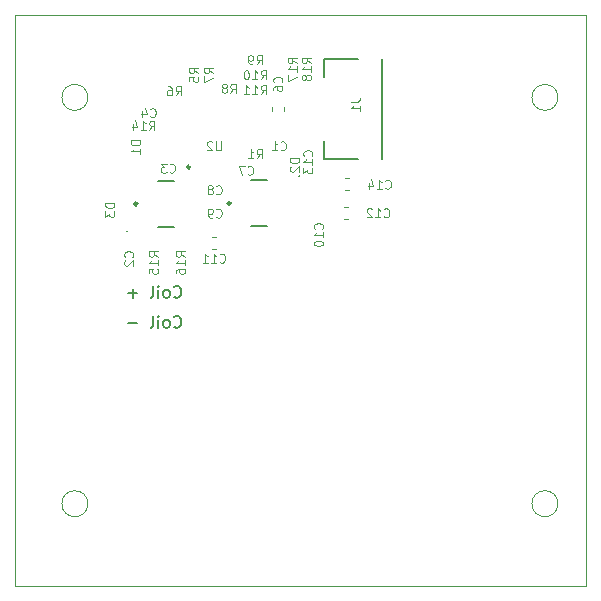
<source format=gbo>
G04 #@! TF.GenerationSoftware,KiCad,Pcbnew,(5.1.4)-1*
G04 #@! TF.CreationDate,2019-10-25T18:14:47-07:00*
G04 #@! TF.ProjectId,SolarCellX_v3,536f6c61-7243-4656-9c6c-585f76332e6b,rev?*
G04 #@! TF.SameCoordinates,Original*
G04 #@! TF.FileFunction,Legend,Bot*
G04 #@! TF.FilePolarity,Positive*
%FSLAX46Y46*%
G04 Gerber Fmt 4.6, Leading zero omitted, Abs format (unit mm)*
G04 Created by KiCad (PCBNEW (5.1.4)-1) date 2019-10-25 18:14:47*
%MOMM*%
%LPD*%
G04 APERTURE LIST*
%ADD10C,0.150000*%
%ADD11C,0.050000*%
%ADD12C,0.200000*%
%ADD13C,0.120000*%
%ADD14C,0.250000*%
%ADD15C,0.254000*%
%ADD16C,0.127000*%
%ADD17C,0.101600*%
G04 APERTURE END LIST*
D10*
X103496857Y-66397142D02*
X103544476Y-66444761D01*
X103687333Y-66492380D01*
X103782571Y-66492380D01*
X103925428Y-66444761D01*
X104020666Y-66349523D01*
X104068285Y-66254285D01*
X104115904Y-66063809D01*
X104115904Y-65920952D01*
X104068285Y-65730476D01*
X104020666Y-65635238D01*
X103925428Y-65540000D01*
X103782571Y-65492380D01*
X103687333Y-65492380D01*
X103544476Y-65540000D01*
X103496857Y-65587619D01*
X102925428Y-66492380D02*
X103020666Y-66444761D01*
X103068285Y-66397142D01*
X103115904Y-66301904D01*
X103115904Y-66016190D01*
X103068285Y-65920952D01*
X103020666Y-65873333D01*
X102925428Y-65825714D01*
X102782571Y-65825714D01*
X102687333Y-65873333D01*
X102639714Y-65920952D01*
X102592095Y-66016190D01*
X102592095Y-66301904D01*
X102639714Y-66397142D01*
X102687333Y-66444761D01*
X102782571Y-66492380D01*
X102925428Y-66492380D01*
X102163523Y-66492380D02*
X102163523Y-65825714D01*
X102163523Y-65492380D02*
X102211142Y-65540000D01*
X102163523Y-65587619D01*
X102115904Y-65540000D01*
X102163523Y-65492380D01*
X102163523Y-65587619D01*
X101544476Y-66492380D02*
X101639714Y-66444761D01*
X101687333Y-66349523D01*
X101687333Y-65492380D01*
X100401619Y-66111428D02*
X99639714Y-66111428D01*
X103496857Y-63857142D02*
X103544476Y-63904761D01*
X103687333Y-63952380D01*
X103782571Y-63952380D01*
X103925428Y-63904761D01*
X104020666Y-63809523D01*
X104068285Y-63714285D01*
X104115904Y-63523809D01*
X104115904Y-63380952D01*
X104068285Y-63190476D01*
X104020666Y-63095238D01*
X103925428Y-63000000D01*
X103782571Y-62952380D01*
X103687333Y-62952380D01*
X103544476Y-63000000D01*
X103496857Y-63047619D01*
X102925428Y-63952380D02*
X103020666Y-63904761D01*
X103068285Y-63857142D01*
X103115904Y-63761904D01*
X103115904Y-63476190D01*
X103068285Y-63380952D01*
X103020666Y-63333333D01*
X102925428Y-63285714D01*
X102782571Y-63285714D01*
X102687333Y-63333333D01*
X102639714Y-63380952D01*
X102592095Y-63476190D01*
X102592095Y-63761904D01*
X102639714Y-63857142D01*
X102687333Y-63904761D01*
X102782571Y-63952380D01*
X102925428Y-63952380D01*
X102163523Y-63952380D02*
X102163523Y-63285714D01*
X102163523Y-62952380D02*
X102211142Y-63000000D01*
X102163523Y-63047619D01*
X102115904Y-63000000D01*
X102163523Y-62952380D01*
X102163523Y-63047619D01*
X101544476Y-63952380D02*
X101639714Y-63904761D01*
X101687333Y-63809523D01*
X101687333Y-62952380D01*
X100401619Y-63571428D02*
X99639714Y-63571428D01*
X100020666Y-63952380D02*
X100020666Y-63190476D01*
D11*
X96200000Y-47000000D02*
G75*
G03X96200000Y-47000000I-1100000J0D01*
G01*
X96200000Y-81400000D02*
G75*
G03X96200000Y-81400000I-1100000J0D01*
G01*
X136000000Y-81400000D02*
G75*
G03X136000000Y-81400000I-1100000J0D01*
G01*
X136000000Y-47000000D02*
G75*
G03X136000000Y-47000000I-1100000J0D01*
G01*
X90000000Y-88400000D02*
X138400000Y-88400000D01*
X90000000Y-88400000D02*
X90000000Y-40000000D01*
X138400000Y-40000000D02*
X138400000Y-88400000D01*
X90000000Y-40000000D02*
X138400000Y-40000000D01*
D12*
X99549500Y-58346000D02*
G75*
G03X99549500Y-58346000I-19000J0D01*
G01*
D13*
X112778000Y-47843221D02*
X112778000Y-48168779D01*
X111758000Y-47843221D02*
X111758000Y-48168779D01*
X118010721Y-53846000D02*
X118336279Y-53846000D01*
X118010721Y-54866000D02*
X118336279Y-54866000D01*
D14*
X104868660Y-52894656D02*
G75*
G03X104868660Y-52894656I-125000J0D01*
G01*
D12*
X114102500Y-53668000D02*
G75*
G03X114102500Y-53668000I-19000J0D01*
G01*
X116205000Y-52256000D02*
X116205000Y-50706000D01*
X116205000Y-43756000D02*
X116205000Y-45306000D01*
X116205000Y-52256000D02*
X119055000Y-52256000D01*
X116205000Y-43756000D02*
X119055000Y-43756000D01*
X121085000Y-43756000D02*
X121085000Y-52256000D01*
D13*
X117883721Y-56259000D02*
X118209279Y-56259000D01*
X117883721Y-57279000D02*
X118209279Y-57279000D01*
D15*
X108282740Y-55973980D02*
G75*
G03X108282740Y-55973980I-127000J0D01*
G01*
D16*
X111375190Y-57923430D02*
X110016290Y-57923430D01*
X110016290Y-54024530D02*
X111375190Y-54024530D01*
D15*
X100393500Y-56007000D02*
G75*
G03X100393500Y-56007000I-127000J0D01*
G01*
D16*
X103485950Y-57956450D02*
X102127050Y-57956450D01*
X102127050Y-54057550D02*
X103485950Y-54057550D01*
D13*
X106707721Y-58799000D02*
X107033279Y-58799000D01*
X106707721Y-59819000D02*
X107033279Y-59819000D01*
D17*
X98452214Y-55952571D02*
X97690214Y-55952571D01*
X97690214Y-56134000D01*
X97726500Y-56242857D01*
X97799071Y-56315428D01*
X97871642Y-56351714D01*
X98016785Y-56388000D01*
X98125642Y-56388000D01*
X98270785Y-56351714D01*
X98343357Y-56315428D01*
X98415928Y-56242857D01*
X98452214Y-56134000D01*
X98452214Y-55952571D01*
X97690214Y-56642000D02*
X97690214Y-57113714D01*
X97980500Y-56859714D01*
X97980500Y-56968571D01*
X98016785Y-57041142D01*
X98053071Y-57077428D01*
X98125642Y-57113714D01*
X98307071Y-57113714D01*
X98379642Y-57077428D01*
X98415928Y-57041142D01*
X98452214Y-56968571D01*
X98452214Y-56750857D01*
X98415928Y-56678285D01*
X98379642Y-56642000D01*
X112603642Y-45720000D02*
X112639928Y-45683714D01*
X112676214Y-45574857D01*
X112676214Y-45502285D01*
X112639928Y-45393428D01*
X112567357Y-45320857D01*
X112494785Y-45284571D01*
X112349642Y-45248285D01*
X112240785Y-45248285D01*
X112095642Y-45284571D01*
X112023071Y-45320857D01*
X111950500Y-45393428D01*
X111914214Y-45502285D01*
X111914214Y-45574857D01*
X111950500Y-45683714D01*
X111986785Y-45720000D01*
X111914214Y-46373142D02*
X111914214Y-46228000D01*
X111950500Y-46155428D01*
X111986785Y-46119142D01*
X112095642Y-46046571D01*
X112240785Y-46010285D01*
X112531071Y-46010285D01*
X112603642Y-46046571D01*
X112639928Y-46082857D01*
X112676214Y-46155428D01*
X112676214Y-46300571D01*
X112639928Y-46373142D01*
X112603642Y-46409428D01*
X112531071Y-46445714D01*
X112349642Y-46445714D01*
X112277071Y-46409428D01*
X112240785Y-46373142D01*
X112204500Y-46300571D01*
X112204500Y-46155428D01*
X112240785Y-46082857D01*
X112277071Y-46046571D01*
X112349642Y-46010285D01*
X107061000Y-57104642D02*
X107097285Y-57140928D01*
X107206142Y-57177214D01*
X107278714Y-57177214D01*
X107387571Y-57140928D01*
X107460142Y-57068357D01*
X107496428Y-56995785D01*
X107532714Y-56850642D01*
X107532714Y-56741785D01*
X107496428Y-56596642D01*
X107460142Y-56524071D01*
X107387571Y-56451500D01*
X107278714Y-56415214D01*
X107206142Y-56415214D01*
X107097285Y-56451500D01*
X107061000Y-56487785D01*
X106698142Y-57177214D02*
X106553000Y-57177214D01*
X106480428Y-57140928D01*
X106444142Y-57104642D01*
X106371571Y-56995785D01*
X106335285Y-56850642D01*
X106335285Y-56560357D01*
X106371571Y-56487785D01*
X106407857Y-56451500D01*
X106480428Y-56415214D01*
X106625571Y-56415214D01*
X106698142Y-56451500D01*
X106734428Y-56487785D01*
X106770714Y-56560357D01*
X106770714Y-56741785D01*
X106734428Y-56814357D01*
X106698142Y-56850642D01*
X106625571Y-56886928D01*
X106480428Y-56886928D01*
X106407857Y-56850642D01*
X106371571Y-56814357D01*
X106335285Y-56741785D01*
X121393857Y-54661142D02*
X121430142Y-54697428D01*
X121539000Y-54733714D01*
X121611571Y-54733714D01*
X121720428Y-54697428D01*
X121793000Y-54624857D01*
X121829285Y-54552285D01*
X121865571Y-54407142D01*
X121865571Y-54298285D01*
X121829285Y-54153142D01*
X121793000Y-54080571D01*
X121720428Y-54008000D01*
X121611571Y-53971714D01*
X121539000Y-53971714D01*
X121430142Y-54008000D01*
X121393857Y-54044285D01*
X120668142Y-54733714D02*
X121103571Y-54733714D01*
X120885857Y-54733714D02*
X120885857Y-53971714D01*
X120958428Y-54080571D01*
X121031000Y-54153142D01*
X121103571Y-54189428D01*
X120015000Y-54225714D02*
X120015000Y-54733714D01*
X120196428Y-53935428D02*
X120377857Y-54479714D01*
X119906142Y-54479714D01*
X100611214Y-50634174D02*
X99849214Y-50634174D01*
X99849214Y-50815602D01*
X99885500Y-50924460D01*
X99958071Y-50997031D01*
X100030642Y-51033317D01*
X100175785Y-51069602D01*
X100284642Y-51069602D01*
X100429785Y-51033317D01*
X100502357Y-50997031D01*
X100574928Y-50924460D01*
X100611214Y-50815602D01*
X100611214Y-50634174D01*
X100611214Y-51795317D02*
X100611214Y-51359888D01*
X100611214Y-51577602D02*
X99849214Y-51577602D01*
X99958071Y-51505031D01*
X100030642Y-51432460D01*
X100066928Y-51359888D01*
X107474231Y-50727370D02*
X107474231Y-51344227D01*
X107437945Y-51416798D01*
X107401660Y-51453084D01*
X107329088Y-51489370D01*
X107183945Y-51489370D01*
X107111374Y-51453084D01*
X107075088Y-51416798D01*
X107038802Y-51344227D01*
X107038802Y-50727370D01*
X106712231Y-50799941D02*
X106675945Y-50763656D01*
X106603374Y-50727370D01*
X106421945Y-50727370D01*
X106349374Y-50763656D01*
X106313088Y-50799941D01*
X106276802Y-50872513D01*
X106276802Y-50945084D01*
X106313088Y-51053941D01*
X106748517Y-51489370D01*
X106276802Y-51489370D01*
X114073214Y-52142571D02*
X113311214Y-52142571D01*
X113311214Y-52324000D01*
X113347500Y-52432857D01*
X113420071Y-52505428D01*
X113492642Y-52541714D01*
X113637785Y-52578000D01*
X113746642Y-52578000D01*
X113891785Y-52541714D01*
X113964357Y-52505428D01*
X114036928Y-52432857D01*
X114073214Y-52324000D01*
X114073214Y-52142571D01*
X113383785Y-52868285D02*
X113347500Y-52904571D01*
X113311214Y-52977142D01*
X113311214Y-53158571D01*
X113347500Y-53231142D01*
X113383785Y-53267428D01*
X113456357Y-53303714D01*
X113528928Y-53303714D01*
X113637785Y-53267428D01*
X114073214Y-52832000D01*
X114073214Y-53303714D01*
X103632000Y-46826714D02*
X103886000Y-46463857D01*
X104067428Y-46826714D02*
X104067428Y-46064714D01*
X103777142Y-46064714D01*
X103704571Y-46101000D01*
X103668285Y-46137285D01*
X103632000Y-46209857D01*
X103632000Y-46318714D01*
X103668285Y-46391285D01*
X103704571Y-46427571D01*
X103777142Y-46463857D01*
X104067428Y-46463857D01*
X102978857Y-46064714D02*
X103124000Y-46064714D01*
X103196571Y-46101000D01*
X103232857Y-46137285D01*
X103305428Y-46246142D01*
X103341714Y-46391285D01*
X103341714Y-46681571D01*
X103305428Y-46754142D01*
X103269142Y-46790428D01*
X103196571Y-46826714D01*
X103051428Y-46826714D01*
X102978857Y-46790428D01*
X102942571Y-46754142D01*
X102906285Y-46681571D01*
X102906285Y-46500142D01*
X102942571Y-46427571D01*
X102978857Y-46391285D01*
X103051428Y-46355000D01*
X103196571Y-46355000D01*
X103269142Y-46391285D01*
X103305428Y-46427571D01*
X103341714Y-46500142D01*
X105564214Y-44958000D02*
X105201357Y-44704000D01*
X105564214Y-44522571D02*
X104802214Y-44522571D01*
X104802214Y-44812857D01*
X104838500Y-44885428D01*
X104874785Y-44921714D01*
X104947357Y-44958000D01*
X105056214Y-44958000D01*
X105128785Y-44921714D01*
X105165071Y-44885428D01*
X105201357Y-44812857D01*
X105201357Y-44522571D01*
X104802214Y-45647428D02*
X104802214Y-45284571D01*
X105165071Y-45248285D01*
X105128785Y-45284571D01*
X105092500Y-45357142D01*
X105092500Y-45538571D01*
X105128785Y-45611142D01*
X105165071Y-45647428D01*
X105237642Y-45683714D01*
X105419071Y-45683714D01*
X105491642Y-45647428D01*
X105527928Y-45611142D01*
X105564214Y-45538571D01*
X105564214Y-45357142D01*
X105527928Y-45284571D01*
X105491642Y-45248285D01*
X104421214Y-60470142D02*
X104058357Y-60216142D01*
X104421214Y-60034714D02*
X103659214Y-60034714D01*
X103659214Y-60325000D01*
X103695500Y-60397571D01*
X103731785Y-60433857D01*
X103804357Y-60470142D01*
X103913214Y-60470142D01*
X103985785Y-60433857D01*
X104022071Y-60397571D01*
X104058357Y-60325000D01*
X104058357Y-60034714D01*
X104421214Y-61195857D02*
X104421214Y-60760428D01*
X104421214Y-60978142D02*
X103659214Y-60978142D01*
X103768071Y-60905571D01*
X103840642Y-60833000D01*
X103876928Y-60760428D01*
X103659214Y-61849000D02*
X103659214Y-61703857D01*
X103695500Y-61631285D01*
X103731785Y-61595000D01*
X103840642Y-61522428D01*
X103985785Y-61486142D01*
X104276071Y-61486142D01*
X104348642Y-61522428D01*
X104384928Y-61558714D01*
X104421214Y-61631285D01*
X104421214Y-61776428D01*
X104384928Y-61849000D01*
X104348642Y-61885285D01*
X104276071Y-61921571D01*
X104094642Y-61921571D01*
X104022071Y-61885285D01*
X103985785Y-61849000D01*
X103949500Y-61776428D01*
X103949500Y-61631285D01*
X103985785Y-61558714D01*
X104022071Y-61522428D01*
X104094642Y-61486142D01*
X107061000Y-55136142D02*
X107097285Y-55172428D01*
X107206142Y-55208714D01*
X107278714Y-55208714D01*
X107387571Y-55172428D01*
X107460142Y-55099857D01*
X107496428Y-55027285D01*
X107532714Y-54882142D01*
X107532714Y-54773285D01*
X107496428Y-54628142D01*
X107460142Y-54555571D01*
X107387571Y-54483000D01*
X107278714Y-54446714D01*
X107206142Y-54446714D01*
X107097285Y-54483000D01*
X107061000Y-54519285D01*
X106625571Y-54773285D02*
X106698142Y-54737000D01*
X106734428Y-54700714D01*
X106770714Y-54628142D01*
X106770714Y-54591857D01*
X106734428Y-54519285D01*
X106698142Y-54483000D01*
X106625571Y-54446714D01*
X106480428Y-54446714D01*
X106407857Y-54483000D01*
X106371571Y-54519285D01*
X106335285Y-54591857D01*
X106335285Y-54628142D01*
X106371571Y-54700714D01*
X106407857Y-54737000D01*
X106480428Y-54773285D01*
X106625571Y-54773285D01*
X106698142Y-54809571D01*
X106734428Y-54845857D01*
X106770714Y-54918428D01*
X106770714Y-55063571D01*
X106734428Y-55136142D01*
X106698142Y-55172428D01*
X106625571Y-55208714D01*
X106480428Y-55208714D01*
X106407857Y-55172428D01*
X106371571Y-55136142D01*
X106335285Y-55063571D01*
X106335285Y-54918428D01*
X106371571Y-54845857D01*
X106407857Y-54809571D01*
X106480428Y-54773285D01*
X118471754Y-47380140D02*
X119016040Y-47380140D01*
X119124897Y-47343854D01*
X119197468Y-47271282D01*
X119233754Y-47162425D01*
X119233754Y-47089854D01*
X119233754Y-48142140D02*
X119233754Y-47706711D01*
X119233754Y-47924425D02*
X118471754Y-47924425D01*
X118580611Y-47851854D01*
X118653182Y-47779282D01*
X118689468Y-47706711D01*
X121266857Y-57074142D02*
X121303142Y-57110428D01*
X121412000Y-57146714D01*
X121484571Y-57146714D01*
X121593428Y-57110428D01*
X121666000Y-57037857D01*
X121702285Y-56965285D01*
X121738571Y-56820142D01*
X121738571Y-56711285D01*
X121702285Y-56566142D01*
X121666000Y-56493571D01*
X121593428Y-56421000D01*
X121484571Y-56384714D01*
X121412000Y-56384714D01*
X121303142Y-56421000D01*
X121266857Y-56457285D01*
X120541142Y-57146714D02*
X120976571Y-57146714D01*
X120758857Y-57146714D02*
X120758857Y-56384714D01*
X120831428Y-56493571D01*
X120904000Y-56566142D01*
X120976571Y-56602428D01*
X120250857Y-56457285D02*
X120214571Y-56421000D01*
X120142000Y-56384714D01*
X119960571Y-56384714D01*
X119888000Y-56421000D01*
X119851714Y-56457285D01*
X119815428Y-56529857D01*
X119815428Y-56602428D01*
X119851714Y-56711285D01*
X120287142Y-57146714D01*
X119815428Y-57146714D01*
X115143642Y-51961142D02*
X115179928Y-51924857D01*
X115216214Y-51816000D01*
X115216214Y-51743428D01*
X115179928Y-51634571D01*
X115107357Y-51562000D01*
X115034785Y-51525714D01*
X114889642Y-51489428D01*
X114780785Y-51489428D01*
X114635642Y-51525714D01*
X114563071Y-51562000D01*
X114490500Y-51634571D01*
X114454214Y-51743428D01*
X114454214Y-51816000D01*
X114490500Y-51924857D01*
X114526785Y-51961142D01*
X115216214Y-52686857D02*
X115216214Y-52251428D01*
X115216214Y-52469142D02*
X114454214Y-52469142D01*
X114563071Y-52396571D01*
X114635642Y-52324000D01*
X114671928Y-52251428D01*
X114454214Y-52940857D02*
X114454214Y-53412571D01*
X114744500Y-53158571D01*
X114744500Y-53267428D01*
X114780785Y-53340000D01*
X114817071Y-53376285D01*
X114889642Y-53412571D01*
X115071071Y-53412571D01*
X115143642Y-53376285D01*
X115179928Y-53340000D01*
X115216214Y-53267428D01*
X115216214Y-53049714D01*
X115179928Y-52977142D01*
X115143642Y-52940857D01*
X106834214Y-44958000D02*
X106471357Y-44704000D01*
X106834214Y-44522571D02*
X106072214Y-44522571D01*
X106072214Y-44812857D01*
X106108500Y-44885428D01*
X106144785Y-44921714D01*
X106217357Y-44958000D01*
X106326214Y-44958000D01*
X106398785Y-44921714D01*
X106435071Y-44885428D01*
X106471357Y-44812857D01*
X106471357Y-44522571D01*
X106072214Y-45212000D02*
X106072214Y-45720000D01*
X106834214Y-45393428D01*
X110852857Y-46736214D02*
X111106857Y-46373357D01*
X111288285Y-46736214D02*
X111288285Y-45974214D01*
X110998000Y-45974214D01*
X110925428Y-46010500D01*
X110889142Y-46046785D01*
X110852857Y-46119357D01*
X110852857Y-46228214D01*
X110889142Y-46300785D01*
X110925428Y-46337071D01*
X110998000Y-46373357D01*
X111288285Y-46373357D01*
X110127142Y-46736214D02*
X110562571Y-46736214D01*
X110344857Y-46736214D02*
X110344857Y-45974214D01*
X110417428Y-46083071D01*
X110490000Y-46155642D01*
X110562571Y-46191928D01*
X109401428Y-46736214D02*
X109836857Y-46736214D01*
X109619142Y-46736214D02*
X109619142Y-45974214D01*
X109691714Y-46083071D01*
X109764285Y-46155642D01*
X109836857Y-46191928D01*
X110490000Y-44196214D02*
X110744000Y-43833357D01*
X110925428Y-44196214D02*
X110925428Y-43434214D01*
X110635142Y-43434214D01*
X110562571Y-43470500D01*
X110526285Y-43506785D01*
X110490000Y-43579357D01*
X110490000Y-43688214D01*
X110526285Y-43760785D01*
X110562571Y-43797071D01*
X110635142Y-43833357D01*
X110925428Y-43833357D01*
X110127142Y-44196214D02*
X109982000Y-44196214D01*
X109909428Y-44159928D01*
X109873142Y-44123642D01*
X109800571Y-44014785D01*
X109764285Y-43869642D01*
X109764285Y-43579357D01*
X109800571Y-43506785D01*
X109836857Y-43470500D01*
X109909428Y-43434214D01*
X110054571Y-43434214D01*
X110127142Y-43470500D01*
X110163428Y-43506785D01*
X110199714Y-43579357D01*
X110199714Y-43760785D01*
X110163428Y-43833357D01*
X110127142Y-43869642D01*
X110054571Y-43905928D01*
X109909428Y-43905928D01*
X109836857Y-43869642D01*
X109800571Y-43833357D01*
X109764285Y-43760785D01*
X110852857Y-45466214D02*
X111106857Y-45103357D01*
X111288285Y-45466214D02*
X111288285Y-44704214D01*
X110998000Y-44704214D01*
X110925428Y-44740500D01*
X110889142Y-44776785D01*
X110852857Y-44849357D01*
X110852857Y-44958214D01*
X110889142Y-45030785D01*
X110925428Y-45067071D01*
X110998000Y-45103357D01*
X111288285Y-45103357D01*
X110127142Y-45466214D02*
X110562571Y-45466214D01*
X110344857Y-45466214D02*
X110344857Y-44704214D01*
X110417428Y-44813071D01*
X110490000Y-44885642D01*
X110562571Y-44921928D01*
X109655428Y-44704214D02*
X109582857Y-44704214D01*
X109510285Y-44740500D01*
X109474000Y-44776785D01*
X109437714Y-44849357D01*
X109401428Y-44994500D01*
X109401428Y-45175928D01*
X109437714Y-45321071D01*
X109474000Y-45393642D01*
X109510285Y-45429928D01*
X109582857Y-45466214D01*
X109655428Y-45466214D01*
X109728000Y-45429928D01*
X109764285Y-45393642D01*
X109800571Y-45321071D01*
X109836857Y-45175928D01*
X109836857Y-44994500D01*
X109800571Y-44849357D01*
X109764285Y-44776785D01*
X109728000Y-44740500D01*
X109655428Y-44704214D01*
X108267500Y-46609214D02*
X108521500Y-46246357D01*
X108702928Y-46609214D02*
X108702928Y-45847214D01*
X108412642Y-45847214D01*
X108340071Y-45883500D01*
X108303785Y-45919785D01*
X108267500Y-45992357D01*
X108267500Y-46101214D01*
X108303785Y-46173785D01*
X108340071Y-46210071D01*
X108412642Y-46246357D01*
X108702928Y-46246357D01*
X107832071Y-46173785D02*
X107904642Y-46137500D01*
X107940928Y-46101214D01*
X107977214Y-46028642D01*
X107977214Y-45992357D01*
X107940928Y-45919785D01*
X107904642Y-45883500D01*
X107832071Y-45847214D01*
X107686928Y-45847214D01*
X107614357Y-45883500D01*
X107578071Y-45919785D01*
X107541785Y-45992357D01*
X107541785Y-46028642D01*
X107578071Y-46101214D01*
X107614357Y-46137500D01*
X107686928Y-46173785D01*
X107832071Y-46173785D01*
X107904642Y-46210071D01*
X107940928Y-46246357D01*
X107977214Y-46318928D01*
X107977214Y-46464071D01*
X107940928Y-46536642D01*
X107904642Y-46572928D01*
X107832071Y-46609214D01*
X107686928Y-46609214D01*
X107614357Y-46572928D01*
X107578071Y-46536642D01*
X107541785Y-46464071D01*
X107541785Y-46318928D01*
X107578071Y-46246357D01*
X107614357Y-46210071D01*
X107686928Y-46173785D01*
X101391357Y-49747714D02*
X101645357Y-49384857D01*
X101826785Y-49747714D02*
X101826785Y-48985714D01*
X101536500Y-48985714D01*
X101463928Y-49022000D01*
X101427642Y-49058285D01*
X101391357Y-49130857D01*
X101391357Y-49239714D01*
X101427642Y-49312285D01*
X101463928Y-49348571D01*
X101536500Y-49384857D01*
X101826785Y-49384857D01*
X100665642Y-49747714D02*
X101101071Y-49747714D01*
X100883357Y-49747714D02*
X100883357Y-48985714D01*
X100955928Y-49094571D01*
X101028500Y-49167142D01*
X101101071Y-49203428D01*
X100012500Y-49239714D02*
X100012500Y-49747714D01*
X100193928Y-48949428D02*
X100375357Y-49493714D01*
X99903642Y-49493714D01*
X102135214Y-60470142D02*
X101772357Y-60216142D01*
X102135214Y-60034714D02*
X101373214Y-60034714D01*
X101373214Y-60325000D01*
X101409500Y-60397571D01*
X101445785Y-60433857D01*
X101518357Y-60470142D01*
X101627214Y-60470142D01*
X101699785Y-60433857D01*
X101736071Y-60397571D01*
X101772357Y-60325000D01*
X101772357Y-60034714D01*
X102135214Y-61195857D02*
X102135214Y-60760428D01*
X102135214Y-60978142D02*
X101373214Y-60978142D01*
X101482071Y-60905571D01*
X101554642Y-60833000D01*
X101590928Y-60760428D01*
X101373214Y-61885285D02*
X101373214Y-61522428D01*
X101736071Y-61486142D01*
X101699785Y-61522428D01*
X101663500Y-61595000D01*
X101663500Y-61776428D01*
X101699785Y-61849000D01*
X101736071Y-61885285D01*
X101808642Y-61921571D01*
X101990071Y-61921571D01*
X102062642Y-61885285D01*
X102098928Y-61849000D01*
X102135214Y-61776428D01*
X102135214Y-61595000D01*
X102098928Y-61522428D01*
X102062642Y-61486142D01*
X113882714Y-44087142D02*
X113519857Y-43833142D01*
X113882714Y-43651714D02*
X113120714Y-43651714D01*
X113120714Y-43942000D01*
X113157000Y-44014571D01*
X113193285Y-44050857D01*
X113265857Y-44087142D01*
X113374714Y-44087142D01*
X113447285Y-44050857D01*
X113483571Y-44014571D01*
X113519857Y-43942000D01*
X113519857Y-43651714D01*
X113882714Y-44812857D02*
X113882714Y-44377428D01*
X113882714Y-44595142D02*
X113120714Y-44595142D01*
X113229571Y-44522571D01*
X113302142Y-44450000D01*
X113338428Y-44377428D01*
X113120714Y-45066857D02*
X113120714Y-45574857D01*
X113882714Y-45248285D01*
X115089214Y-44087142D02*
X114726357Y-43833142D01*
X115089214Y-43651714D02*
X114327214Y-43651714D01*
X114327214Y-43942000D01*
X114363500Y-44014571D01*
X114399785Y-44050857D01*
X114472357Y-44087142D01*
X114581214Y-44087142D01*
X114653785Y-44050857D01*
X114690071Y-44014571D01*
X114726357Y-43942000D01*
X114726357Y-43651714D01*
X115089214Y-44812857D02*
X115089214Y-44377428D01*
X115089214Y-44595142D02*
X114327214Y-44595142D01*
X114436071Y-44522571D01*
X114508642Y-44450000D01*
X114544928Y-44377428D01*
X114653785Y-45248285D02*
X114617500Y-45175714D01*
X114581214Y-45139428D01*
X114508642Y-45103142D01*
X114472357Y-45103142D01*
X114399785Y-45139428D01*
X114363500Y-45175714D01*
X114327214Y-45248285D01*
X114327214Y-45393428D01*
X114363500Y-45466000D01*
X114399785Y-45502285D01*
X114472357Y-45538571D01*
X114508642Y-45538571D01*
X114581214Y-45502285D01*
X114617500Y-45466000D01*
X114653785Y-45393428D01*
X114653785Y-45248285D01*
X114690071Y-45175714D01*
X114726357Y-45139428D01*
X114798928Y-45103142D01*
X114944071Y-45103142D01*
X115016642Y-45139428D01*
X115052928Y-45175714D01*
X115089214Y-45248285D01*
X115089214Y-45393428D01*
X115052928Y-45466000D01*
X115016642Y-45502285D01*
X114944071Y-45538571D01*
X114798928Y-45538571D01*
X114726357Y-45502285D01*
X114690071Y-45466000D01*
X114653785Y-45393428D01*
X110490000Y-52160714D02*
X110744000Y-51797857D01*
X110925428Y-52160714D02*
X110925428Y-51398714D01*
X110635142Y-51398714D01*
X110562571Y-51435000D01*
X110526285Y-51471285D01*
X110490000Y-51543857D01*
X110490000Y-51652714D01*
X110526285Y-51725285D01*
X110562571Y-51761571D01*
X110635142Y-51797857D01*
X110925428Y-51797857D01*
X109764285Y-52160714D02*
X110199714Y-52160714D01*
X109982000Y-52160714D02*
X109982000Y-51398714D01*
X110054571Y-51507571D01*
X110127142Y-51580142D01*
X110199714Y-51616428D01*
X107360357Y-60914642D02*
X107396642Y-60950928D01*
X107505500Y-60987214D01*
X107578071Y-60987214D01*
X107686928Y-60950928D01*
X107759500Y-60878357D01*
X107795785Y-60805785D01*
X107832071Y-60660642D01*
X107832071Y-60551785D01*
X107795785Y-60406642D01*
X107759500Y-60334071D01*
X107686928Y-60261500D01*
X107578071Y-60225214D01*
X107505500Y-60225214D01*
X107396642Y-60261500D01*
X107360357Y-60297785D01*
X106634642Y-60987214D02*
X107070071Y-60987214D01*
X106852357Y-60987214D02*
X106852357Y-60225214D01*
X106924928Y-60334071D01*
X106997500Y-60406642D01*
X107070071Y-60442928D01*
X105908928Y-60987214D02*
X106344357Y-60987214D01*
X106126642Y-60987214D02*
X106126642Y-60225214D01*
X106199214Y-60334071D01*
X106271785Y-60406642D01*
X106344357Y-60442928D01*
X109728000Y-53485142D02*
X109764285Y-53521428D01*
X109873142Y-53557714D01*
X109945714Y-53557714D01*
X110054571Y-53521428D01*
X110127142Y-53448857D01*
X110163428Y-53376285D01*
X110199714Y-53231142D01*
X110199714Y-53122285D01*
X110163428Y-52977142D01*
X110127142Y-52904571D01*
X110054571Y-52832000D01*
X109945714Y-52795714D01*
X109873142Y-52795714D01*
X109764285Y-52832000D01*
X109728000Y-52868285D01*
X109474000Y-52795714D02*
X108966000Y-52795714D01*
X109292571Y-53557714D01*
X101473000Y-48595642D02*
X101509285Y-48631928D01*
X101618142Y-48668214D01*
X101690714Y-48668214D01*
X101799571Y-48631928D01*
X101872142Y-48559357D01*
X101908428Y-48486785D01*
X101944714Y-48341642D01*
X101944714Y-48232785D01*
X101908428Y-48087642D01*
X101872142Y-48015071D01*
X101799571Y-47942500D01*
X101690714Y-47906214D01*
X101618142Y-47906214D01*
X101509285Y-47942500D01*
X101473000Y-47978785D01*
X100819857Y-48160214D02*
X100819857Y-48668214D01*
X101001285Y-47869928D02*
X101182714Y-48414214D01*
X100711000Y-48414214D01*
X99967142Y-60515500D02*
X100003428Y-60479214D01*
X100039714Y-60370357D01*
X100039714Y-60297785D01*
X100003428Y-60188928D01*
X99930857Y-60116357D01*
X99858285Y-60080071D01*
X99713142Y-60043785D01*
X99604285Y-60043785D01*
X99459142Y-60080071D01*
X99386571Y-60116357D01*
X99314000Y-60188928D01*
X99277714Y-60297785D01*
X99277714Y-60370357D01*
X99314000Y-60479214D01*
X99350285Y-60515500D01*
X99350285Y-60805785D02*
X99314000Y-60842071D01*
X99277714Y-60914642D01*
X99277714Y-61096071D01*
X99314000Y-61168642D01*
X99350285Y-61204928D01*
X99422857Y-61241214D01*
X99495428Y-61241214D01*
X99604285Y-61204928D01*
X100039714Y-60769500D01*
X100039714Y-61241214D01*
X116032642Y-58120642D02*
X116068928Y-58084357D01*
X116105214Y-57975500D01*
X116105214Y-57902928D01*
X116068928Y-57794071D01*
X115996357Y-57721500D01*
X115923785Y-57685214D01*
X115778642Y-57648928D01*
X115669785Y-57648928D01*
X115524642Y-57685214D01*
X115452071Y-57721500D01*
X115379500Y-57794071D01*
X115343214Y-57902928D01*
X115343214Y-57975500D01*
X115379500Y-58084357D01*
X115415785Y-58120642D01*
X116105214Y-58846357D02*
X116105214Y-58410928D01*
X116105214Y-58628642D02*
X115343214Y-58628642D01*
X115452071Y-58556071D01*
X115524642Y-58483500D01*
X115560928Y-58410928D01*
X115343214Y-59318071D02*
X115343214Y-59390642D01*
X115379500Y-59463214D01*
X115415785Y-59499500D01*
X115488357Y-59535785D01*
X115633500Y-59572071D01*
X115814928Y-59572071D01*
X115960071Y-59535785D01*
X116032642Y-59499500D01*
X116068928Y-59463214D01*
X116105214Y-59390642D01*
X116105214Y-59318071D01*
X116068928Y-59245500D01*
X116032642Y-59209214D01*
X115960071Y-59172928D01*
X115814928Y-59136642D01*
X115633500Y-59136642D01*
X115488357Y-59172928D01*
X115415785Y-59209214D01*
X115379500Y-59245500D01*
X115343214Y-59318071D01*
X103124000Y-53294642D02*
X103160285Y-53330928D01*
X103269142Y-53367214D01*
X103341714Y-53367214D01*
X103450571Y-53330928D01*
X103523142Y-53258357D01*
X103559428Y-53185785D01*
X103595714Y-53040642D01*
X103595714Y-52931785D01*
X103559428Y-52786642D01*
X103523142Y-52714071D01*
X103450571Y-52641500D01*
X103341714Y-52605214D01*
X103269142Y-52605214D01*
X103160285Y-52641500D01*
X103124000Y-52677785D01*
X102870000Y-52605214D02*
X102398285Y-52605214D01*
X102652285Y-52895500D01*
X102543428Y-52895500D01*
X102470857Y-52931785D01*
X102434571Y-52968071D01*
X102398285Y-53040642D01*
X102398285Y-53222071D01*
X102434571Y-53294642D01*
X102470857Y-53330928D01*
X102543428Y-53367214D01*
X102761142Y-53367214D01*
X102833714Y-53330928D01*
X102870000Y-53294642D01*
X112522000Y-51416642D02*
X112558285Y-51452928D01*
X112667142Y-51489214D01*
X112739714Y-51489214D01*
X112848571Y-51452928D01*
X112921142Y-51380357D01*
X112957428Y-51307785D01*
X112993714Y-51162642D01*
X112993714Y-51053785D01*
X112957428Y-50908642D01*
X112921142Y-50836071D01*
X112848571Y-50763500D01*
X112739714Y-50727214D01*
X112667142Y-50727214D01*
X112558285Y-50763500D01*
X112522000Y-50799785D01*
X111796285Y-51489214D02*
X112231714Y-51489214D01*
X112014000Y-51489214D02*
X112014000Y-50727214D01*
X112086571Y-50836071D01*
X112159142Y-50908642D01*
X112231714Y-50944928D01*
M02*

</source>
